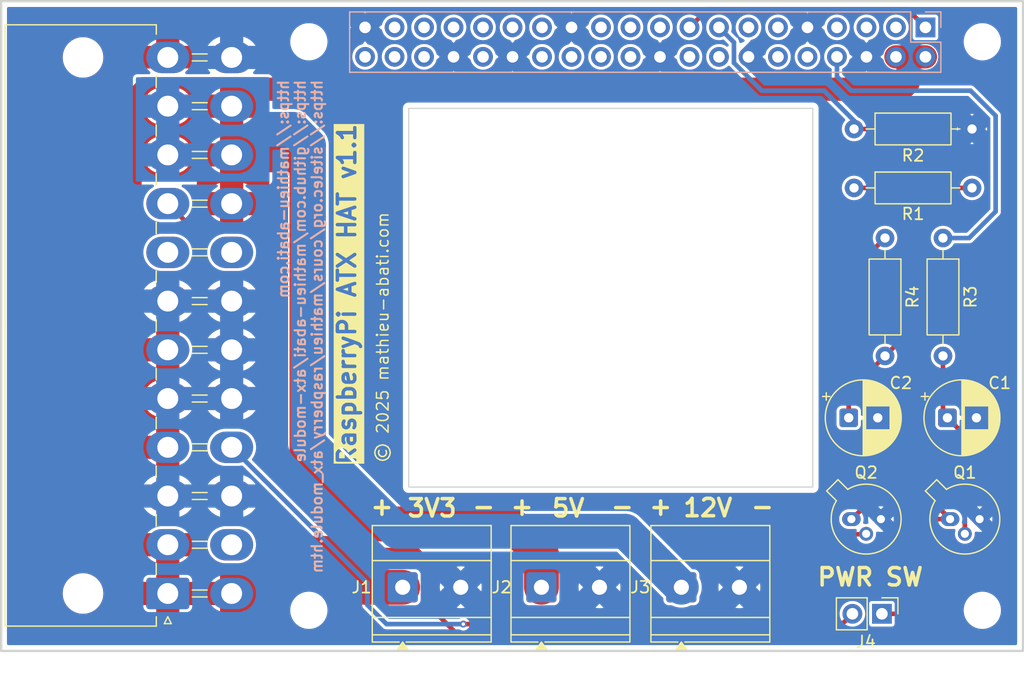
<source format=kicad_pcb>
(kicad_pcb (version 20241229) (generator "pcbnew") (generator_version "9.0")
  (title_block (title "RaspberryPi ATX PSU HAT control module") (date "2025-11-06") (rev "1.1") (company "Mathieu Abati (mathieu-abati.com)"))
  (layers (0 "F.Cu" signal) (2 "B.Cu" signal) (13 "F.Paste" user) (15 "B.Paste" user) (5 "F.SilkS" user "F.Silkscreen") (7 "B.SilkS" user "B.Silkscreen") (1 "F.Mask" user) (3 "B.Mask" user) (25 "Edge.Cuts" user))
  (net 0 "")
  (net 1 "ATX_PWR_OK")
  (net 2 "+5V")
  (net 3 "GND")
  (net 4 "ATX_3V3")
  (net 5 "ATX_12V")
  (net 6 "ATX_5VSB")
  (net 7 "ATX_-12V")
  (net 8 "ATX_PS-ON")
  (net 9 "Net-(Q1-B)")
  (net 10 "PWR_SW-")
  (net 11 "Net-(Q2-B)")
  (net 12 "RPI_GPIO")
  (net 13 "RPI_UART0-TXD")
  (net 14 "Net-(RPI_EXT1-3V3-Pad1)")
  (footprint "Capacitor_THT:CP_Radial_D6.3mm_P2.50mm" (layer "F.Cu") (at 165.394 110.109)
    (property "Reference" "C1" (at 4.5 -3 0) (layer "F.SilkS"))
    (property "Value" "1u")
    (pad "1" thru_hole roundrect (at 0 0) (size 1.6 1.6) (drill 0.8) (layers "*.Cu" "*.Mask") (roundrect_rratio 0.15625) (net 9 "Net-(Q1-B)"))
    (pad "2" thru_hole circle (at 2.5 0) (size 1.6 1.6) (drill 0.8) (layers "*.Cu" "*.Mask") (net 3 "GND"))
  )
  (footprint "Resistor_THT:R_Axial_DIN0207_L6.3mm_D2.5mm_P10.16mm_Horizontal" (layer "F.Cu") (at 157.353 85.217)
    (property "Reference" "R2" (at 5.08 2.286 0) (layer "F.SilkS"))
    (property "Value" "18k")
    (pad "1" thru_hole circle (at 0 0) (size 1.6 1.6) (drill 0.8) (layers "*.Cu" "*.Mask") (net 12 "RPI_GPIO"))
    (pad "2" thru_hole circle (at 10.16 0) (size 1.6 1.6) (drill 0.8) (layers "*.Cu" "*.Mask") (net 3 "GND"))
  )
  (footprint "Resistor_THT:R_Axial_DIN0207_L6.3mm_D2.5mm_P10.16mm_Horizontal" (layer "F.Cu") (at 165.012156 94.615 -90)
    (property "Reference" "R3" (at 5.08 -2.37 90) (layer "F.SilkS"))
    (property "Value" "10k")
    (pad "1" thru_hole circle (at 0 0 270) (size 1.6 1.6) (drill 0.8) (layers "*.Cu" "*.Mask") (net 13 "RPI_UART0-TXD"))
    (pad "2" thru_hole circle (at 10.16 0 270) (size 1.6 1.6) (drill 0.8) (layers "*.Cu" "*.Mask") (net 9 "Net-(Q1-B)"))
  )
  (footprint "Connector_PinHeader_2.54mm:PinHeader_1x02_P2.54mm_Vertical" (layer "F.Cu") (at 159.75 127 -90)
    (property "Reference" "J4" (at 2.413 1.381 0) (layer "F.SilkS"))
    (property "Value" "Conn_01x02_Pin")
    (pad "1" thru_hole rect (at 0 0 270) (size 1.7 1.7) (drill 1) (layers "*.Cu" "*.Mask") (net 10 "PWR_SW-"))
    (pad "2" thru_hole circle (at 0 2.54 270) (size 1.7 1.7) (drill 1) (layers "*.Cu" "*.Mask") (net 6 "ATX_5VSB"))
  )
  (footprint "Capacitor_THT:CP_Radial_D6.3mm_P2.50mm" (layer "F.Cu") (at 156.894 110.109)
    (property "Reference" "C2" (at 4.49 -3 0) (layer "F.SilkS"))
    (property "Value" "47u")
    (pad "1" thru_hole roundrect (at 0 0) (size 1.6 1.6) (drill 0.8) (layers "*.Cu" "*.Mask") (roundrect_rratio 0.15625) (net 10 "PWR_SW-"))
    (pad "2" thru_hole circle (at 2.5 0) (size 1.6 1.6) (drill 0.8) (layers "*.Cu" "*.Mask") (net 3 "GND"))
  )
  (footprint "" (layer "F.Cu") (at 168.45 77.538)
    (property "Reference" "" (at 0 0 0) (layer "F.SilkS") (effects (font (size 1.27 1.27))))
    (property "Value" "")
    (pad "" np_thru_hole circle (at -0.05 0.162) (size 2.7 2.7) (drill 2.7) (layers "*.Cu" "*.Mask"))
  )
  (footprint "TerminalBlock_Phoenix:TerminalBlock_Phoenix_MKDS-1,5-2_1x02_P5.00mm_Horizontal" (layer "F.Cu") (at 118.479 124.714)
    (property "Reference" "J1" (at -3.544 0 0) (layer "F.SilkS"))
    (property "Value" "Screw_Terminal_01x02")
    (pad "1" thru_hole roundrect (at 0 0) (size 2.6 2.6) (drill 1.3) (layers "*.Cu" "*.Mask") (roundrect_rratio 0.096154) (net 4 "ATX_3V3"))
    (pad "2" thru_hole circle (at 5 0) (size 2.6 2.6) (drill 1.3) (layers "*.Cu" "*.Mask") (net 3 "GND"))
  )
  (footprint "Package_TO_SOT_THT:TO-18-3" (layer "F.Cu") (at 165.624 118.839)
    (property "Reference" "Q1" (at 1.27 -4.01 0) (layer "F.SilkS"))
    (property "Value" "2N2222A")
    (pad "1" thru_hole oval (at 0 0) (size 1.6 1.2) (drill 0.7) (layers "*.Cu" "*.Mask") (net 8 "ATX_PS-ON"))
    (pad "2" thru_hole circle (at 1.27 1.27) (size 1.2 1.2) (drill 0.7) (layers "*.Cu" "*.Mask") (net 9 "Net-(Q1-B)"))
    (pad "3" thru_hole circle (at 2.54 0) (size 1.2 1.2) (drill 0.7) (layers "*.Cu" "*.Mask") (net 3 "GND"))
  )
  (footprint "Resistor_THT:R_Axial_DIN0207_L6.3mm_D2.5mm_P10.16mm_Horizontal" (layer "F.Cu") (at 160.02 94.615 -90)
    (property "Reference" "R4" (at 5.08 -2.37 90) (layer "F.SilkS"))
    (property "Value" "100k")
    (pad "1" thru_hole circle (at 0 0 270) (size 1.6 1.6) (drill 0.8) (layers "*.Cu" "*.Mask") (net 11 "Net-(Q2-B)"))
    (pad "2" thru_hole circle (at 10.16 0 270) (size 1.6 1.6) (drill 0.8) (layers "*.Cu" "*.Mask") (net 10 "PWR_SW-"))
  )
  (footprint "TerminalBlock_Phoenix:TerminalBlock_Phoenix_MKDS-1,5-2_1x02_P5.00mm_Horizontal" (layer "F.Cu") (at 130.429 124.714)
    (property "Reference" "J2" (at -3.429 0 0) (layer "F.SilkS"))
    (property "Value" "Screw_Terminal_01x02")
    (pad "1" thru_hole roundrect (at 0 0) (size 2.6 2.6) (drill 1.3) (layers "*.Cu" "*.Mask") (roundrect_rratio 0.096154) (net 2 "+5V"))
    (pad "2" thru_hole circle (at 5 0) (size 2.6 2.6) (drill 1.3) (layers "*.Cu" "*.Mask") (net 3 "GND"))
  )
  (footprint "" (layer "F.Cu") (at 110.538 126.56)
    (property "Reference" "" (at 0 0 0) (layer "F.SilkS") (effects (font (size 1.27 1.27))))
    (property "Value" "")
    (pad "" np_thru_hole circle (at -0.138 0.14) (size 2.7 2.7) (drill 2.7) (layers "*.Cu" "*.Mask"))
  )
  (footprint "TerminalBlock_Phoenix:TerminalBlock_Phoenix_MKDS-1,5-2_1x02_P5.00mm_Horizontal" (layer "F.Cu") (at 142.479 124.714)
    (property "Reference" "J3" (at -3.541 0 0) (layer "F.SilkS"))
    (property "Value" "Screw_Terminal_01x02")
    (pad "1" thru_hole roundrect (at 0 0) (size 2.6 2.6) (drill 1.3) (layers "*.Cu" "*.Mask") (roundrect_rratio 0.096154) (net 5 "ATX_12V"))
    (pad "2" thru_hole circle (at 5 0) (size 2.6 2.6) (drill 1.3) (layers "*.Cu" "*.Mask") (net 3 "GND"))
  )
  (footprint "" (layer "F.Cu") (at 168.45 126.56)
    (property "Reference" "" (at 0 0 0) (layer "F.SilkS") (effects (font (size 1.27 1.27))))
    (property "Value" "")
    (pad "" np_thru_hole circle (at -0.05 0.14) (size 2.7 2.7) (drill 2.7) (layers "*.Cu" "*.Mask"))
  )
  (footprint "Connector_Molex:Molex_Mini-Fit_Jr_5569-24A2_2x12_P4.20mm_Horizontal" (layer "F.Cu") (at 98.25 125.25 90)
    (property "Reference" "ATX1" (hide yes))
    (property "Value" "ATX-24")
    (pad "" np_thru_hole circle (at 0 -7.3 90) (size 3 3) (drill 3) (layers "*.Cu" "*.Mask"))
    (pad "" np_thru_hole circle (at 46.2 -7.3 90) (size 3 3) (drill 3) (layers "*.Cu" "*.Mask"))
    (pad "1" thru_hole roundrect (at 0 0 90) (size 2.7 3.7) (drill 1.8) (layers "*.Cu" "*.Mask") (roundrect_rratio 0.092593) (net 4 "ATX_3V3"))
    (pad "2" thru_hole oval (at 4.2 0 90) (size 2.7 3.7) (drill 1.8) (layers "*.Cu" "*.Mask") (net 4 "ATX_3V3"))
    (pad "3" thru_hole oval (at 8.4 0 90) (size 2.7 3.7) (drill 1.8) (layers "*.Cu" "*.Mask") (net 3 "GND"))
    (pad "4" thru_hole oval (at 12.6 0 90) (size 2.7 3.7) (drill 1.8) (layers "*.Cu" "*.Mask") (net 2 "+5V"))
    (pad "5" thru_hole oval (at 16.8 0 90) (size 2.7 3.7) (drill 1.8) (layers "*.Cu" "*.Mask") (net 3 "GND"))
    (pad "6" thru_hole oval (at 21 0 90) (size 2.7 3.7) (drill 1.8) (layers "*.Cu" "*.Mask") (net 2 "+5V"))
    (pad "7" thru_hole oval (at 25.2 0 90) (size 2.7 3.7) (drill 1.8) (layers "*.Cu" "*.Mask") (net 3 "GND"))
    (pad "8" thru_hole oval (at 29.4 0 90) (size 2.7 3.7) (drill 1.8) (layers "*.Cu" "*.Mask") (net 1 "ATX_PWR_OK"))
    (pad "9" thru_hole oval (at 33.6 0 90) (size 2.7 3.7) (drill 1.8) (layers "*.Cu" "*.Mask") (net 6 "ATX_5VSB"))
    (pad "10" thru_hole oval (at 37.8 0 90) (size 2.7 3.7) (drill 1.8) (layers "*.Cu" "*.Mask") (net 5 "ATX_12V"))
    (pad "11" thru_hole oval (at 42 0 90) (size 2.7 3.7) (drill 1.8) (layers "*.Cu" "*.Mask") (net 5 "ATX_12V"))
    (pad "12" thru_hole oval (at 46.2 0 90) (size 2.7 3.7) (drill 1.8) (layers "*.Cu" "*.Mask") (net 4 "ATX_3V3"))
    (pad "13" thru_hole oval (at 0 5.5 90) (size 2.7 3.7) (drill 1.8) (layers "*.Cu" "*.Mask") (net 4 "ATX_3V3"))
    (pad "14" thru_hole oval (at 4.2 5.5 90) (size 2.7 3.7) (drill 1.8) (layers "*.Cu" "*.Mask") (net 7 "ATX_-12V"))
    (pad "15" thru_hole oval (at 8.4 5.5 90) (size 2.7 3.7) (drill 1.8) (layers "*.Cu" "*.Mask") (net 3 "GND"))
    (pad "16" thru_hole oval (at 12.6 5.5 90) (size 2.7 3.7) (drill 1.8) (layers "*.Cu" "*.Mask") (net 8 "ATX_PS-ON"))
    (pad "17" thru_hole oval (at 16.8 5.5 90) (size 2.7 3.7) (drill 1.8) (layers "*.Cu" "*.Mask") (net 3 "GND"))
    (pad "18" thru_hole oval (at 21 5.5 90) (size 2.7 3.7) (drill 1.8) (layers "*.Cu" "*.Mask") (net 3 "GND"))
    (pad "19" thru_hole oval (at 25.2 5.5 90) (size 2.7 3.7) (drill 1.8) (layers "*.Cu" "*.Mask") (net 3 "GND"))
    (pad "20" thru_hole oval (at 29.4 5.5 90) (size 2.7 3.7) (drill 1.8) (layers "*.Cu" "*.Mask"))
    (pad "21" thru_hole oval (at 33.6 5.5 90) (size 2.7 3.7) (drill 1.8) (layers "*.Cu" "*.Mask") (net 2 "+5V"))
    (pad "22" thru_hole oval (at 37.8 5.5 90) (size 2.7 3.7) (drill 1.8) (layers "*.Cu" "*.Mask") (net 2 "+5V"))
    (pad "23" thru_hole oval (at 42 5.5 90) (size 2.7 3.7) (drill 1.8) (layers "*.Cu" "*.Mask") (net 2 "+5V"))
    (pad "24" thru_hole oval (at 46.2 5.5 90) (size 2.7 3.7) (drill 1.8) (layers "*.Cu" "*.Mask") (net 3 "GND"))
  )
  (footprint "Package_TO_SOT_THT:TO-18-3" (layer "F.Cu") (at 157.124 118.839)
    (property "Reference" "Q2" (at 1.27 -4.01 0) (layer "F.SilkS"))
    (property "Value" "2N2222A")
    (pad "1" thru_hole oval (at 0 0) (size 1.6 1.2) (drill 0.7) (layers "*.Cu" "*.Mask") (net 8 "ATX_PS-ON"))
    (pad "2" thru_hole circle (at 1.27 1.27) (size 1.2 1.2) (drill 0.7) (layers "*.Cu" "*.Mask") (net 11 "Net-(Q2-B)"))
    (pad "3" thru_hole circle (at 2.54 0) (size 1.2 1.2) (drill 0.7) (layers "*.Cu" "*.Mask") (net 3 "GND"))
  )
  (footprint "Resistor_THT:R_Axial_DIN0207_L6.3mm_D2.5mm_P10.16mm_Horizontal" (layer "F.Cu") (at 157.353 90.297)
    (property "Reference" "R1" (at 5.08 2.241836 0) (layer "F.SilkS"))
    (property "Value" "10k")
    (pad "1" thru_hole circle (at 0 0) (size 1.6 1.6) (drill 0.8) (layers "*.Cu" "*.Mask") (net 10 "PWR_SW-"))
    (pad "2" thru_hole circle (at 10.16 0) (size 1.6 1.6) (drill 0.8) (layers "*.Cu" "*.Mask") (net 12 "RPI_GPIO"))
  )
  (footprint "" (layer "F.Cu") (at 110.653854 78.030898)
    (property "Reference" "" (at 0 0 0) (layer "F.SilkS") (effects (font (size 1.27 1.27))))
    (property "Value" "")
    (pad "" np_thru_hole circle (at -0.253854 -0.330898) (size 2.7 2.7) (drill 2.7) (layers "*.Cu" "*.Mask"))
  )
  (footprint "Connector_PinSocket_2.54mm:PinSocket_2x20_P2.54mm_Vertical" (layer "B.Cu") (at 163.5 76.46 90)
    (property "Reference" "RPI_EXT1" (hide yes))
    (property "Value" "Raspberry_Pi_2_3" (hide yes))
    (pad "1" thru_hole rect (at 0 0 90) (size 1.7 1.7) (drill 1) (layers "*.Cu" "*.Mask") (net 14 "Net-(RPI_EXT1-3V3-Pad1)"))
    (pad "2" thru_hole circle (at -2.54 0 90) (size 1.7 1.7) (drill 1) (layers "*.Cu" "*.Mask") (net 2 "+5V"))
    (pad "3" thru_hole circle (at 0 -2.54 90) (size 1.7 1.7) (drill 1) (layers "*.Cu" "*.Mask"))
    (pad "4" thru_hole circle (at -2.54 -2.54 90) (size 1.7 1.7) (drill 1) (layers "*.Cu" "*.Mask") (net 2 "+5V"))
    (pad "5" thru_hole circle (at 0 -5.08 90) (size 1.7 1.7) (drill 1) (layers "*.Cu" "*.Mask"))
    (pad "6" thru_hole circle (at -2.54 -5.08 90) (size 1.7 1.7) (drill 1) (layers "*.Cu" "*.Mask") (net 3 "GND"))
    (pad "7" thru_hole circle (at 0 -7.62 90) (size 1.7 1.7) (drill 1) (layers "*.Cu" "*.Mask"))
    (pad "8" thru_hole circle (at -2.54 -7.62 90) (size 1.7 1.7) (drill 1) (layers "*.Cu" "*.Mask") (net 13 "RPI_UART0-TXD"))
    (pad "9" thru_hole circle (at 0 -10.16 90) (size 1.7 1.7) (drill 1) (layers "*.Cu" "*.Mask") (net 3 "GND"))
    (pad "10" thru_hole circle (at -2.54 -10.16 90) (size 1.7 1.7) (drill 1) (layers "*.Cu" "*.Mask"))
    (pad "11" thru_hole circle (at 0 -12.7 90) (size 1.7 1.7) (drill 1) (layers "*.Cu" "*.Mask"))
    (pad "12" thru_hole circle (at -2.54 -12.7 90) (size 1.7 1.7) (drill 1) (layers "*.Cu" "*.Mask"))
    (pad "13" thru_hole circle (at 0 -15.24 90) (size 1.7 1.7) (drill 1) (layers "*.Cu" "*.Mask"))
    (pad "14" thru_hole circle (at -2.54 -15.24 90) (size 1.7 1.7) (drill 1) (layers "*.Cu" "*.Mask") (net 3 "GND"))
    (pad "15" thru_hole circle (at 0 -17.78 90) (size 1.7 1.7) (drill 1) (layers "*.Cu" "*.Mask") (net 12 "RPI_GPIO"))
    (pad "16" thru_hole circle (at -2.54 -17.78 90) (size 1.7 1.7) (drill 1) (layers "*.Cu" "*.Mask"))
    (pad "17" thru_hole circle (at 0 -20.32 90) (size 1.7 1.7) (drill 1) (layers "*.Cu" "*.Mask") (net 14 "Net-(RPI_EXT1-3V3-Pad1)"))
    (pad "18" thru_hole circle (at -2.54 -20.32 90) (size 1.7 1.7) (drill 1) (layers "*.Cu" "*.Mask"))
    (pad "19" thru_hole circle (at 0 -22.86 90) (size 1.7 1.7) (drill 1) (layers "*.Cu" "*.Mask"))
    (pad "20" thru_hole circle (at -2.54 -22.86 90) (size 1.7 1.7) (drill 1) (layers "*.Cu" "*.Mask") (net 3 "GND"))
    (pad "21" thru_hole circle (at 0 -25.4 90) (size 1.7 1.7) (drill 1) (layers "*.Cu" "*.Mask"))
    (pad "22" thru_hole circle (at -2.54 -25.4 90) (size 1.7 1.7) (drill 1) (layers "*.Cu" "*.Mask"))
    (pad "23" thru_hole circle (at 0 -27.94 90) (size 1.7 1.7) (drill 1) (layers "*.Cu" "*.Mask"))
    (pad "24" thru_hole circle (at -2.54 -27.94 90) (size 1.7 1.7) (drill 1) (layers "*.Cu" "*.Mask"))
    (pad "25" thru_hole circle (at 0 -30.48 90) (size 1.7 1.7) (drill 1) (layers "*.Cu" "*.Mask") (net 3 "GND"))
    (pad "26" thru_hole circle (at -2.54 -30.48 90) (size 1.7 1.7) (drill 1) (layers "*.Cu" "*.Mask"))
    (pad "27" thru_hole circle (at 0 -33.02 90) (size 1.7 1.7) (drill 1) (layers "*.Cu" "*.Mask"))
    (pad "28" thru_hole circle (at -2.54 -33.02 90) (size 1.7 1.7) (drill 1) (layers "*.Cu" "*.Mask"))
    (pad "29" thru_hole circle (at 0 -35.56 90) (size 1.7 1.7) (drill 1) (layers "*.Cu" "*.Mask"))
    (pad "30" thru_hole circle (at -2.54 -35.56 90) (size 1.7 1.7) (drill 1) (layers "*.Cu" "*.Mask") (net 3 "GND"))
    (pad "31" thru_hole circle (at 0 -38.1 90) (size 1.7 1.7) (drill 1) (layers "*.Cu" "*.Mask"))
    (pad "32" thru_hole circle (at -2.54 -38.1 90) (size 1.7 1.7) (drill 1) (layers "*.Cu" "*.Mask"))
    (pad "33" thru_hole circle (at 0 -40.64 90) (size 1.7 1.7) (drill 1) (layers "*.Cu" "*.Mask"))
    (pad "34" thru_hole circle (at -2.54 -40.64 90) (size 1.7 1.7) (drill 1) (layers "*.Cu" "*.Mask") (net 3 "GND"))
    (pad "35" thru_hole circle (at 0 -43.18 90) (size 1.7 1.7) (drill 1) (layers "*.Cu" "*.Mask"))
    (pad "36" thru_hole circle (at -2.54 -43.18 90) (size 1.7 1.7) (drill 1) (layers "*.Cu" "*.Mask"))
    (pad "37" thru_hole circle (at 0 -45.72 90) (size 1.7 1.7) (drill 1) (layers "*.Cu" "*.Mask"))
    (pad "38" thru_hole circle (at -2.54 -45.72 90) (size 1.7 1.7) (drill 1) (layers "*.Cu" "*.Mask"))
    (pad "39" thru_hole circle (at 0 -48.26 90) (size 1.7 1.7) (drill 1) (layers "*.Cu" "*.Mask") (net 3 "GND"))
    (pad "40" thru_hole circle (at -2.54 -48.26 90) (size 1.7 1.7) (drill 1) (layers "*.Cu" "*.Mask"))
  )
  (gr_rect (start 118.999 83.439) (end 153.797 116.078) (stroke (width 0.1)) (fill no) (layer "Edge.Cuts"))
  (gr_rect (start 83.9 74.2) (end 171.9 130.2) (stroke (width 0.2)) (fill no) (layer "Edge.Cuts"))
  (gr_text "+" (at 127.635 118.618 0) (layer "F.SilkS") (effects (font (size 1.5 1.5) (thickness 0.3) (bold yes)) (justify left bottom)))
  (gr_text "+" (at 115.57 118.618 0) (layer "F.SilkS") (effects (font (size 1.5 1.5) (thickness 0.3) (bold yes)) (justify left bottom)))
  (gr_text "12V" (at 142.494 118.745 0) (layer "F.SilkS") (effects (font (size 1.5 1.5) (thickness 0.3) (bold yes)) (justify left bottom)))
  (gr_text "3V3" (at 118.745 118.7705 0) (layer "F.SilkS") (effects (font (size 1.5 1.5) (thickness 0.3) (bold yes)) (justify left bottom)))
  (gr_text "-" (at 136.271 118.618 0) (layer "F.SilkS") (effects (font (size 1.5 1.5) (thickness 0.3) (bold yes)) (justify left bottom)))
  (gr_text "-" (at 148.336 118.618 0) (layer "F.SilkS") (effects (font (size 1.5 1.5) (thickness 0.3) (bold yes)) (justify left bottom)))
  (gr_text "© 2025 mathieu-abati.com" (at 117.348 114.046 90) (layer "F.SilkS") (effects (font (size 1 1) (thickness 0.125)) (justify left bottom)))
  (gr_text "PWR SW" (at 154.051 124.714 0) (layer "F.SilkS") (effects (font (size 1.5 1.5) (thickness 0.3) (bold yes)) (justify left bottom)))
  (gr_text "RaspberryPi ATX HAT v1.1" (at 114.554 114.3 90) (layer "F.SilkS" knockout) (effects (font (size 1.5 1.5) (thickness 0.3) (bold yes)) (justify left bottom)))
  (gr_text "+" (at 139.573 118.618 0) (layer "F.SilkS") (effects (font (size 1.5 1.5) (thickness 0.3) (bold yes)) (justify left bottom)))
  (gr_text "-" (at 124.333 118.618 0) (layer "F.SilkS") (effects (font (size 1.5 1.5) (thickness 0.3) (bold yes)) (justify left bottom)))
  (gr_text "5V" (at 131.191 118.7705 0) (layer "F.SilkS") (effects (font (size 1.5 1.5) (thickness 0.3) (bold yes)) (justify left bottom)))
  (gr_text "https://mathieu-abati.com\nhttps://github.com/mathieu-abati/atx-module\nhttps://sitelec.org/cours/mathieu/raspberry/atx_module.htm" (at 111.633 80.899 90) (layer "B.SilkS") (effects (font (size 0.9 0.9) (thickness 0.175) (bold yes)) (justify left bottom mirror)))
  (segment (start 160.96 79) (end 162 79) (width 2) (layer "F.Cu") (net 2))
  (segment (start 162 79) (end 162 81.25) (width 2) (layer "F.Cu") (net 2))
  (segment (start 105.212 81.788) (end 103.75 83.25) (width 2) (layer "F.Cu") (net 2))
  (segment (start 162 81.25) (end 161.462 81.788) (width 2) (layer "F.Cu") (net 2))
  (segment (start 130.45 121.941) (end 127.762 119.253) (width 3) (layer "F.Cu") (net 2))
  (segment (start 127.762 119.253) (end 116.586 119.253) (width 3) (layer "F.Cu") (net 2))
  (segment (start 130.429 124.714) (end 130.429 121.962) (width 3) (layer "F.Cu") (net 2))
  (segment (start 116.586 119.253) (end 110.236 112.903) (width 3) (layer "F.Cu") (net 2))
  (segment (start 162 79) (end 163.5 79) (width 2) (layer "F.Cu") (net 2))
  (segment (start 110.236 112.903) (end 110.236 88.392) (width 3) (layer "F.Cu") (net 2))
  (segment (start 130.429 121.962) (end 130.45 121.941) (width 3) (layer "F.Cu") (net 2))
  (segment (start 161.462 81.788) (end 105.212 81.788) (width 2) (layer "F.Cu") (net 2))
  (segment (start 109.294 87.45) (end 103.75 87.45) (width 3) (layer "F.Cu") (net 2))
  (segment (start 110.236 88.392) (end 109.294 87.45) (width 3) (layer "F.Cu") (net 2))
  (segment (start 112.268 121.793) (end 115.189 124.714) (width 3) (layer "F.Cu") (net 4))
  (segment (start 103.75 125.25) (end 104.874 125.25) (width 3) (layer "F.Cu") (net 4))
  (segment (start 104.874 125.25) (end 108.331 121.793) (width 3) (layer "F.Cu") (net 4))
  (segment (start 115.189 124.714) (end 118.479 124.714) (width 3) (layer "F.Cu") (net 4))
  (segment (start 108.331 121.793) (end 112.268 121.793) (width 3) (layer "F.Cu") (net 4))
  (segment (start 137.653 119.888) (end 142.479 124.714) (width 3) (layer "B.Cu") (net 5))
  (segment (start 110.363 86.613) (end 110.363 112.268) (width 3) (layer "B.Cu") (net 5))
  (segment (start 106.75 85.25) (end 109 85.25) (width 3) (layer "B.Cu") (net 5))
  (segment (start 117.983 119.888) (end 137.653 119.888) (width 3) (layer "B.Cu") (net 5))
  (segment (start 110.363 112.268) (end 117.983 119.888) (width 3) (layer "B.Cu") (net 5))
  (segment (start 109 85.25) (end 110.363 86.613) (width 3) (layer "B.Cu") (net 5))
  (segment (start 115.539236 121.508236) (end 119.730236 121.508236) (width 0.4) (layer "F.Cu") (net 6))
  (segment (start 101 97) (end 102 98) (width 0.4) (layer "F.Cu") (net 6))
  (segment (start 101 94.4) (end 101 97) (width 0.4) (layer "F.Cu") (net 6))
  (segment (start 120.904 126.492) (end 123.317 128.905) (width 0.4) (layer "F.Cu") (net 6))
  (segment (start 102 98) (end 105.5 98) (width 0.4) (layer "F.Cu") (net 6))
  (segment (start 155.305 128.905) (end 157.21 127) (width 0.4) (layer "F.Cu") (net 6))
  (segment (start 107.75 100.25) (end 107.75 113.719) (width 0.4) (layer "F.Cu") (net 6))
  (segment (start 120.904 122.682) (end 120.904 126.492) (width 0.4) (layer "F.Cu") (net 6))
  (segment (start 107.75 113.719) (end 115.539236 121.508236) (width 0.4) (layer "F.Cu") (net 6))
  (segment (start 123.317 128.905) (end 155.305 128.905) (width 0.4) (layer "F.Cu") (net 6))
  (segment (start 119.730236 121.508236) (end 120.904 122.682) (width 0.4) (layer "F.Cu") (net 6))
  (segment (start 98.25 91.65) (end 101 94.4) (width 0.4) (layer "F.Cu") (net 6))
  (segment (start 105.5 98) (end 107.75 100.25) (width 0.4) (layer "F.Cu") (net 6))
  (segment (start 123.698 127.889) (end 153.035 127.889) (width 0.4) (layer "F.Cu") (net 8))
  (segment (start 162.085 118.839) (end 165.624 118.839) (width 0.4) (layer "F.Cu") (net 8))
  (segment (start 158.894 117.109) (end 163.894 117.109) (width 0.4) (layer "F.Cu") (net 8))
  (segment (start 163.894 117.109) (end 165.624 118.839) (width 0.4) (layer "F.Cu") (net 8))
  (segment (start 157.124 118.839) (end 157.164 118.839) (width 0.4) (layer "F.Cu") (net 8))
  (segment (start 153.035 127.889) (end 162.085 118.839) (width 0.4) (layer "F.Cu") (net 8))
  (segment (start 157.164 118.839) (end 158.894 117.109) (width 0.4) (layer "F.Cu") (net 8))
  (via (at 123.698 127.889) (size 0.6) (drill 0.3) (layers "F.Cu" "B.Cu") (net 8))
  (segment (start 115.443 126.238) (end 115.443 124.343) (width 0.4) (layer "B.Cu") (net 8))
  (segment (start 115.443 124.343) (end 103.75 112.65) (width 0.4) (layer "B.Cu") (net 8))
  (segment (start 117.094 127.889) (end 115.443 126.238) (width 0.4) (layer "B.Cu") (net 8))
  (segment (start 123.698 127.889) (end 117.094 127.889) (width 0.4) (layer "B.Cu") (net 8))
  (segment (start 165.012156 104.775) (end 165.012156 109.727156) (width 0.4) (layer "F.Cu") (net 9))
  (segment (start 165.012156 109.727156) (end 165.394 110.109) (width 0.4) (layer "F.Cu") (net 9))
  (segment (start 166.894 111.609) (end 166.894 120.109) (width 0.4) (layer "F.Cu") (net 9))
  (segment (start 165.394 110.109) (end 166.894 111.609) (width 0.4) (layer "F.Cu") (net 9))
  (segment (start 165.227 102.235) (end 162.56 102.235) (width 0.4) (layer "F.Cu") (net 10))
  (segment (start 160.02 104.775) (end 162.56 102.235) (width 0.4) (layer "F.Cu") (net 10))
  (segment (start 169.926 119.507) (end 169.926 106.934) (width 0.4) (layer "F.Cu") (net 10))
  (segment (start 162.433 127) (end 169.926 119.507) (width 0.4) (layer "F.Cu") (net 10))
  (segment (start 162.56 102.235) (end 162.56 94.107) (width 0.4) (layer "F.Cu") (net 10))
  (segment (start 158.75 90.297) (end 157.353 90.297) (width 0.4) (layer "F.Cu") (net 10))
  (segment (start 162.56 94.107) (end 158.75 90.297) (width 0.4) (layer "F.Cu") (net 10))
  (segment (start 156.894 110.109) (end 156.894 107.901) (width 0.4) (layer "F.Cu") (net 10))
  (segment (start 169.926 106.934) (end 165.227 102.235) (width 0.4) (layer "F.Cu") (net 10))
  (segment (start 159.75 127) (end 162.433 127) (width 0.4) (layer "F.Cu") (net 10))
  (segment (start 156.894 107.901) (end 160.02 104.775) (width 0.4) (layer "F.Cu") (net 10))
  (segment (start 155.194 99.441) (end 160.02 94.615) (width 0.4) (layer "F.Cu") (net 11))
  (segment (start 158.394 120.109) (end 158.361 120.142) (width 0.4) (layer "F.Cu") (net 11))
  (segment (start 158.361 120.142) (end 155.956 120.142) (width 0.4) (layer "F.Cu") (net 11))
  (segment (start 155.194 119.38) (end 155.194 99.441) (width 0.4) (layer "F.Cu") (net 11))
  (segment (start 155.956 120.142) (end 155.194 119.38) (width 0.4) (layer "F.Cu") (net 11))
  (segment (start 167.513 90.297) (end 164.719 90.297) (width 0.4) (layer "F.Cu") (net 12))
  (segment (start 159.639 85.217) (end 157.353 85.217) (width 0.4) (layer "F.Cu") (net 12))
  (segment (start 164.719 90.297) (end 159.639 85.217) (width 0.4) (layer "F.Cu") (net 12))
  (segment (start 147.009 79.518182) (end 149.405818 81.915) (width 0.4) (layer "B.Cu") (net 12))
  (segment (start 147.009 77.749) (end 147.009 79.518182) (width 0.4) (layer "B.Cu") (net 12))
  (segment (start 145.72 76.46) (end 147.009 77.749) (width 0.4) (layer "B.Cu") (net 12))
  (segment (start 157.353 84.50321) (end 157.353 85.217) (width 0.4) (layer "B.Cu") (net 12))
  (segment (start 154.76479 81.915) (end 157.353 84.50321) (width 0.4) (layer "B.Cu") (net 12))
  (segment (start 149.405818 81.915) (end 154.76479 81.915) (width 0.4) (layer "B.Cu") (net 12))
  (segment (start 167.259 94.615) (end 165.012156 94.615) (width 0.4) (layer "B.Cu") (net 13))
  (segment (start 155.88 79) (end 155.88 80.696) (width 0.4) (layer "B.Cu") (net 13))
  (segment (start 169.545 84.074) (end 169.545 92.329) (width 0.4) (layer "B.Cu") (net 13))
  (segment (start 155.88 80.696) (end 157.099 81.915) (width 0.4) (layer "B.Cu") (net 13))
  (segment (start 167.386 81.915) (end 169.545 84.074) (width 0.4) (layer "B.Cu") (net 13))
  (segment (start 169.545 92.329) (end 167.259 94.615) (width 0.4) (layer "B.Cu") (net 13))
  (segment (start 157.099 81.915) (end 167.386 81.915) (width 0.4) (layer "B.Cu") (net 13))
  (segment (start 144.742109 74.901) (end 143.185225 76.457884) (width 0.4) (layer "F.Cu") (net 14))
  (segment (start 161.948341 74.901) (end 144.742109 74.901) (width 0.4) (layer "F.Cu") (net 14))
  (segment (start 163.505225 76.457884) (end 161.948341 74.901) (width 0.4) (layer "F.Cu") (net 14))
  (zone (net 2) (net_name "+5V") (layer "F.Cu") (priority 3) (connect_pads (clearance 0.25)) (min_thickness 0.25) (fill yes (thermal_gap 0.5) (thermal_bridge_width 2) (island_removal_mode 1) (island_area_min 10))
    (polygon (pts (xy 107 80.75) (xy 96 80.75) (xy 93 83.75) (xy 93 114.75) (xy 99.25 114.75) (xy 99.25 102.15) (xy 95.975 102.15) (xy 96 93.75) (xy 96 89.75) (xy 100.75 89.75) (xy 100.75 93.75) (xy 107 93.75)))
  )
  (zone (net 4) (net_name "ATX_3V3") (layer "F.Cu") (priority 3) (connect_pads (clearance 0.25)) (min_thickness 0.25) (fill yes (thermal_gap 0.5) (thermal_bridge_width 2) (island_removal_mode 1) (island_area_min 10))
    (polygon (pts (xy 101 79.999923) (xy 101 76.5) (xy 87.5 76.5) (xy 87.5 127.75) (xy 107 127.75) (xy 107 120) (xy 92.25 120) (xy 92.25 83.5) (xy 95.75 80.000028)))
  )
  (zone (net 5) (net_name "ATX_12V") (layer "B.Cu") (priority 3) (connect_pads (clearance 0.25)) (min_thickness 0.25) (fill yes (thermal_gap 0.5) (thermal_bridge_width 2) (island_removal_mode 1) (island_area_min 10))
    (polygon (pts (xy 95.5 80.75) (xy 107 80.75) (xy 107 89.75) (xy 95.5 89.75)))
  )
  (zone (net 3) (net_name "GND") (layer "B.Cu") (priority 2) (connect_pads (clearance 0.25)) (min_thickness 0.25) (fill yes (thermal_gap 0.5) (thermal_bridge_width 2) (island_removal_mode 1) (island_area_min 10))
    (polygon (pts (xy 84.074 74.422) (xy 84.074 130.048) (xy 171.704 130.048) (xy 171.704 74.422)))
  )
)
</source>
